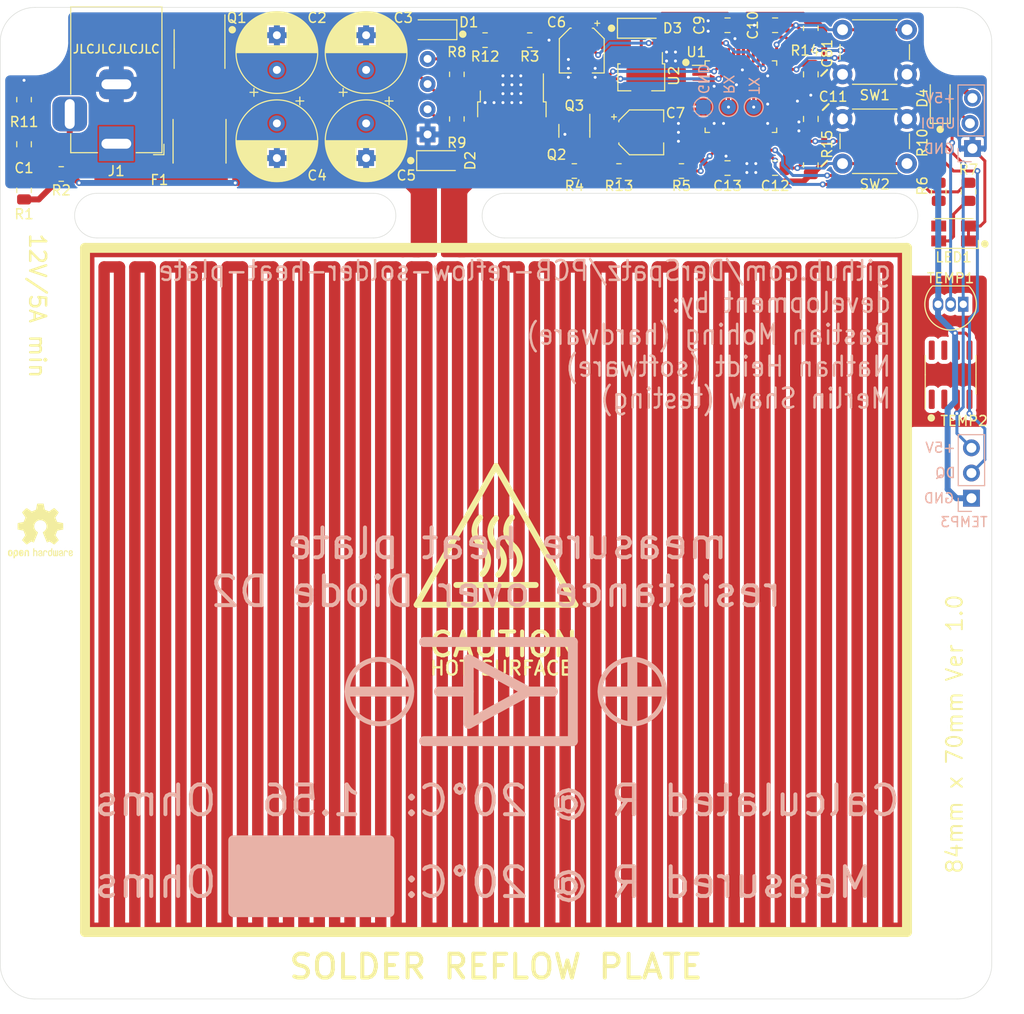
<source format=kicad_pcb>
(kicad_pcb (version 20211014) (generator pcbnew)
  (layers (0 "F.Cu" signal) (31 "B.Cu" signal) (34 "B.Paste" user) (35 "F.Paste" user) (36 "B.SilkS" user "B.Silkscreen") (37 "F.SilkS" user "F.Silkscreen") (38 "B.Mask" user) (39 "F.Mask" user) (44 "Edge.Cuts" user))
  (net 0 "")
  (net 1 "GND")
  (net 2 "+5V")
  (net 3 "VCC")
  (net 4 "/UPDI")
  (net 5 "/VCC-DIV")
  (net 6 "/I2C_SDA")
  (net 7 "/I2C_SCL")
  (net 8 "/GATE")
  (net 9 "HEATPLATE")
  (net 10 "Net-(C6-Pad1)")
  (net 11 "Net-(D2-Pad2)")
  (net 12 "Net-(F1-Pad1)")
  (net 14 "/TX0")
  (net 15 "/RX0")
  (net 27 "Net-(D4-Pad2)")
  (net 28 "Net-(LED1-Pad1)")
  (net 46 "Net-(Q2-Pad1)")
  (net 47 "Net-(Q3-Pad1)")
  (net 48 "Net-(LED1-Pad3)")
  (net 54 "Net-(C1-Pad2)")
  (net 55 "Net-(C1-Pad1)")
  (net 56 "Net-(J1-Pad3)")
  (net 57 "/SW_UP")
  (net 58 "/SW_DN")
  (net 59 "/TDATA_A")
  (net 60 "/TDATA_D")
  (net 61 "/LED_G")
  (net 62 "/LED_R")
  (footprint "Package_SO:SOIC-8_3.9x4.9mm_P1.27mm" (layer "F.Cu") (at 80.1 64.2 -90)
    (fp_text reference "Q1")
    (fp_text value "WSP4409A")
  )
  (footprint "Resistor_SMD:R_0805_2012Metric" (layer "F.Cu") (at 122.4 76.5)
    (fp_text reference "R13")
    (fp_text value "10k")
  )
  (footprint "Package_SO:SOIC-8_3.9x4.9mm_P1.27mm" (layer "F.Cu") (at 155.85 97.05 90)
    (fp_text reference "TEMP2")
    (fp_text value "DS18B20Z")
  )
  (footprint "Package_TO_SOT_SMD:SOT-23" (layer "F.Cu") (at 117.9 72.45 -90)
    (fp_text reference "Q3")
    (fp_text value "SS8050")
  )
  (footprint "Resistor_SMD:R_0805_2012Metric" (layer "F.Cu") (at 106.05 71.25 90)
    (fp_text reference "R9")
    (fp_text value "4k7")
  )
  (footprint "Capacitor_THT:CP_Radial_D8.0mm_P3.50mm" (layer "F.Cu") (at 96.9 71.697349 -90)
    (fp_text reference "C5")
    (fp_text value "680u/16V")
  )
  (footprint "Button_Switch_THT:SW_PUSH_6mm" (layer "F.Cu") (at 144.95 62.25)
    (fp_text reference "SW1")
    (fp_text value "SW_Push")
  )
  (footprint "Resistor_SMD:R_0805_2012Metric" (layer "F.Cu") (at 154.65 78.6 -90)
    (fp_text reference "R6")
    (fp_text value "1k")
  )
  (footprint "Capacitor_SMD:CP_Elec_4x5.4" (layer "F.Cu") (at 118.65 64.35 -90)
    (fp_text reference "C6")
    (fp_text value "22u/16V")
  )
  (footprint "Package_TO_SOT_SMD:TO-252-2" (layer "F.Cu") (at 111.6 72 -90)
    (fp_text reference "Q2")
    (fp_text value "IRLR8726TRPBF")
  )
  (footprint "Package_TO_SOT_SMD:SOT-89-3" (layer "F.Cu") (at 124.65 66.75 -90)
    (fp_text reference "U2")
    (fp_text value "AMS1117-5.0")
  )
  (footprint "Connector_BarrelJack:BarrelJack_Horizontal" (layer "F.Cu") (at 71.7075 73.75 -90)
    (fp_text reference "J1")
    (fp_text value "Barrel_Jack_Switch")
  )
  (footprint "Diode_SMD:D_SOD-123" (layer "F.Cu") (at 103.8 62.25 180)
    (fp_text reference "D1")
    (fp_text value "B5819W")
  )
  (footprint "NetTie:NetTie-2_SMD_Pad1.15mm" (layer "F.Cu") (at 101.4 84.625 180)
    (fp_text reference "NT1" hide)
    (fp_text value "NetTie_2")
  )
  (footprint "Capacitor_THT:CP_Radial_D8.0mm_P3.50mm" (layer "F.Cu") (at 96.9 66.302651 90)
    (fp_text reference "C3")
    (fp_text value "680u/16V")
  )
  (footprint "Resistor_SMD:R_0805_2012Metric" (layer "F.Cu") (at 154.65 74.4 90)
    (fp_text reference "R10")
    (fp_text value "4k7")
  )
  (footprint "Resistor_SMD:R_0805_2012Metric" (layer "F.Cu") (at 157.65 78.6 -90)
    (fp_text reference "R7")
    (fp_text value "1k")
  )
  (footprint "Capacitor_SMD:C_0805_2012Metric" (layer "F.Cu") (at 138.15 76.2 180)
    (fp_text reference "C12")
    (fp_text value "100nF")
  )
  (footprint "Resistor_SMD:R_0805_2012Metric" (layer "F.Cu") (at 141.75 62.1 90)
    (fp_text reference "R14")
    (fp_text value "10k")
  )
  (footprint "Resistor_SMD:R_0805_2012Metric" (layer "F.Cu") (at 141.75 75.9 -90)
    (fp_text reference "R15")
    (fp_text value "10k")
  )
  (footprint "Button_Switch_THT:SW_PUSH_6mm" (layer "F.Cu") (at 151.45 75.75 180)
    (fp_text reference "SW2")
    (fp_text value "SW_Push")
  )
  (footprint "Package_QFP:TQFP-48_7x7mm_P0.5mm" (layer "F.Cu") (at 134.7 69)
    (fp_text reference "U1")
    (fp_text value "ATMEGA4809-AFR")
  )
  (footprint "Resistor_SMD:R_0805_2012Metric" (layer "F.Cu") (at 113.4 63.3)
    (fp_text reference "R3")
    (fp_text value "1k")
  )
  (footprint "Resistor_SMD:R_0805_2012Metric" (layer "F.Cu") (at 117.9 76.5 180)
    (fp_text reference "R4")
    (fp_text value "1k")
  )
  (footprint "Capacitor_SMD:CP_Elec_4x5.4" (layer "F.Cu") (at 124.65 72.6)
    (fp_text reference "C7")
    (fp_text value "22u/16V")
  )
  (footprint "Capacitor_THT:CP_Radial_D8.0mm_P3.50mm" (layer "F.Cu") (at 87.9 66.302651 90)
    (fp_text reference "C2")
    (fp_text value "680u/16V")
  )
  (footprint "Diode_SMD:D_SOD-123" (layer "F.Cu") (at 124.5 62.1)
    (fp_text reference "D3")
    (fp_text value "B5819W")
  )
  (footprint "Capacitor_SMD:C_0805_2012Metric" (layer "F.Cu") (at 133.35 61.8 180)
    (fp_text reference "C9")
    (fp_text value "100nF")
  )
  (footprint "Capacitor_THT:CP_Radial_D8.0mm_P3.50mm" (layer "F.Cu") (at 87.9 71.697349 -90)
    (fp_text reference "C4")
    (fp_text value "680u/16V")
  )
  (footprint "MountingHole:MountingHole_3.2mm_M3" (layer "F.Cu") (at 63.5 63.5)
    (fp_text reference "H1" hide)
    (fp_text value "M3")
  )
  (footprint "MountingHole:MountingHole_3.2mm_M3" (layer "F.Cu") (at 156.5 156.5)
    (fp_text reference "H4" hide)
    (fp_text value "M3")
  )
  (footprint "Capacitor_SMD:C_0805_2012Metric" (layer "F.Cu") (at 141.75 66.75 -90)
    (fp_text reference "C81")
    (fp_text value "470pF")
  )
  (footprint "Resistor_SMD:R_0805_2012Metric" (layer "F.Cu") (at 62.4 69.3 90)
    (fp_text reference "R11")
    (fp_text value "10k")
  )
  (footprint "User:0.91Inch-OLED-Module" (layer "F.Cu") (at 119.89 67.92)
    (fp_text reference "OLED1" hide)
    (fp_text value "SSD1306")
  )
  (footprint "Diode_SMD:D_SOD-123" (layer "F.Cu") (at 154.8 69.45 90)
    (fp_text reference "D4")
    (fp_text value "B5819W")
  )
  (footprint "Capacitor_SMD:C_0805_2012Metric" (layer "F.Cu") (at 138.15 61.8 180)
    (fp_text reference "C10")
    (fp_text value "100nF")
  )
  (footprint "Capacitor_SMD:C_0805_2012Metric" (layer "F.Cu") (at 133.35 76.2)
    (fp_text reference "C13")
    (fp_text value "100nF")
  )
  (footprint "Package_TO_SOT_THT:TO-92_Inline" (layer "F.Cu") (at 157.12 89.94 180)
    (fp_text reference "TEMP1")
    (fp_text value "LMT85")
  )
  (footprint "LED_SMD:LED_Avago_PLCC4_3.2x2.8mm_CW" (layer "F.Cu") (at 156.15 82.8 180)
    (fp_text reference "LED1")
    (fp_text value "RED/GREEN")
  )
  (footprint "Capacitor_SMD:C_0805_2012Metric" (layer "F.Cu") (at 141.75 71.25 -90)
    (fp_text reference "C11")
    (fp_text value "100nF")
  )
  (footprint "Resistor_SMD:R_0805_2012Metric" (layer "F.Cu") (at 128.7 76.5 180)
    (fp_text reference "R5")
    (fp_text value "1k")
  )
  (footprint "Capacitor_SMD:C_0805_2012Metric" (layer "F.Cu") (at 62.4 73.8 90)
    (fp_text reference "C1")
    (fp_text value "10u")
  )
  (footprint "Resistor_SMD:R_0805_2012Metric" (layer "F.Cu") (at 106.05 66.75 90)
    (fp_text reference "R8")
    (fp_text value "4k7")
  )
  (footprint "MountingHole:MountingHole_3.2mm_M3" (layer "F.Cu") (at 63.5 156.5)
    (fp_text reference "H3" hide)
    (fp_text value "M3")
  )
  (footprint "Symbol:OSHW-Logo2_7.3x6mm_SilkScreen" (layer "F.Cu") (at 64.05 112.8)
    (fp_text reference "LOGO1" hide)
    (fp_text value "Logo_Open_Hardware_Small" hide)
  )
  (footprint "Diode_SMD:D_SOD-123" (layer "F.Cu") (at 104.25 75.45)
    (fp_text reference "D2")
    (fp_text value "B5819W")
  )
  (footprint "Resistor_SMD:R_0805_2012Metric" (layer "F.Cu") (at 66.15 76.8)
    (fp_text reference "R2")
    (fp_text value "47")
  )
  (footprint "MountingHole:MountingHole_3.2mm_M3" (layer "F.Cu") (at 156.5 63.5)
    (fp_text reference "H2" hide)
    (fp_text value "M3")
  )
  (footprint "NetTie:NetTie-2_SMD_Pad1.15mm" (layer "F.Cu") (at 107.1 84.625)
    (fp_text reference "NT2" hide)
    (fp_text value "NetTie_2")
  )
  (footprint "Fuse:Fuse_2920_7451Metric" (layer "F.Cu") (at 80.1 73.5 90)
    (fp_text reference "F1")
    (fp_text value "5A")
  )
  (footprint "Resistor_SMD:R_0805_2012Metric" (layer "F.Cu") (at 62.4 78.45 90)
    (fp_text reference "R1")
    (fp_text value "47")
  )
  (footprint "Resistor_SMD:R_0805_2012Metric" (layer "F.Cu") (at 108.9 63.3)
    (fp_text reference "R12")
    (fp_text value "10k")
  )
  (footprint "Connector_PinHeader_2.54mm:PinHeader_1x03_P2.54mm_Vertical" (layer "B.Cu") (at 157.927 74.23)
    (fp_text reference "UPDI1" hide)
    (fp_text value "1x03_2.54mm")
  )
  (footprint "TestPoint:TestPoint_Pad_D1.5mm" (layer "B.Cu") (at 130.91 70.05)
    (fp_text reference "TP3" hide)
    (fp_text value "TestPoint")
  )
  (footprint "Connector_PinHeader_2.54mm:PinHeader_1x03_P2.54mm_Vertical" (layer "B.Cu") (at 157.95 109.5)
    (fp_text reference "TEMP3")
    (fp_text value "Ext. 1-Wire")
  )
  (footprint "TestPoint:TestPoint_Pad_D1.5mm" (layer "B.Cu") (at 135.99 70.05)
    (fp_text reference "TP1" hide)
    (fp_text value "TestPoint")
  )
  (footprint "TestPoint:TestPoint_Pad_D1.5mm" (layer "B.Cu") (at 133.45 70.05)
    (fp_text reference "TP2" hide)
    (fp_text value "TestPoint")
  )
  (gr_line (start 107.25 129) (end 104.25 129) (layer "B.SilkS") (width 1))
  (gr_line (start 117.75 134) (end 102.75 134) (layer "B.SilkS") (width 1))
  (gr_line (start 126.75 129) (end 120.75 129) (layer "B.SilkS") (width 1))
  (gr_line (start 117.75 134) (end 117.75 124) (layer "B.SilkS") (width 1))
  (gr_line (start 117.75 124) (end 102.75 124) (layer "B.SilkS") (width 1))
  (gr_circle (center 98.25 129) (end 95 129) (layer "B.SilkS") (width 0.5) (fill none))
  (gr_circle (center 123.75 129) (end 120.5 129) (layer "B.SilkS") (width 0.5) (fill none))
  (gr_line (start 107.25 125.75) (end 113.25 129) (layer "B.SilkS") (width 1))
  (gr_line (start 101.25 129) (end 95.25 129) (layer "B.SilkS") (width 1))
  (gr_line (start 107.25 132.25) (end 107.25 125.75) (layer "B.SilkS") (width 1))
  (gr_line (start 112.75 129) (end 115.75 129) (layer "B.SilkS") (width 1))
  (gr_line (start 123.75 132) (end 123.75 126) (layer "B.SilkS") (width 1))
  (gr_line (start 113.25 129) (end 107.25 132.25) (layer "B.SilkS") (width 1))
  (gr_rect (start 83.5 144) (end 99.25 151.25) (layer "B.SilkS") (width 1) (fill solid))
  (gr_arc (start 108.4 114.181) (mid 107.981618 113.55435) (end 107.834891 112.815293) (layer "F.SilkS") (width 0.6))
  (gr_arc (start 108.634 114.416) (mid 109.052458 115.042267) (end 109.199402 115.781) (layer "F.SilkS") (width 0.6))
  (gr_line locked (start 102 120.25) (end 110 106.25) (layer "F.SilkS") (width 0.6))
  (gr_line locked (start 110 114.25) (end 110.234 114.484) (layer "F.SilkS") (width 0.6))
  (gr_line locked (start 102 120.25) (end 118 120.25) (layer "F.SilkS") (width 0.6))
  (gr_circle (center 121.65 62.1) (end 121.95 62.1) (layer "F.SilkS") (width 0.15) (fill solid))
  (gr_arc (start 111.6 114.181) (mid 111.181618 113.55435) (end 111.034891 112.815293) (layer "F.SilkS") (width 0.6))
  (gr_circle (center 101.4 75.45) (end 101.7 75.45) (layer "F.SilkS") (width 0.15) (fill solid))
  (gr_arc (start 110 114.25) (mid 109.581235 113.623274) (end 109.434184 112.884) (layer "F.SilkS") (width 0.6))
  (gr_arc (start 110.8 115.85) (mid 110.653011 116.588962) (end 110.234423 117.215423) (layer "F.SilkS") (width 0.6))
  (gr_line (start 142.8 76.05) (end 143.4 75.45) (layer "F.SilkS") (width 0.2))
  (gr_circle (center 159.3 83.85) (end 159.6 83.85) (layer "F.SilkS") (width 0.15) (fill solid))
  (gr_line (start 68.55 84.25) (end 68.55 153.25) (layer "F.SilkS") (width 1))
  (gr_arc (start 109.2 115.781) (mid 109.053011 116.519962) (end 108.634423 117.146423) (layer "F.SilkS") (width 0.6))
  (gr_arc (start 107.834 112.816) (mid 107.981065 112.076656) (end 108.39987 111.44987) (layer "F.SilkS") (width 0.6))
  (gr_circle (center 153.9 101.4) (end 154.2 101.4) (layer "F.SilkS") (width 0.15) (fill solid))
  (gr_arc (start 110.234 114.484) (mid 110.652841 115.110344) (end 110.800109 115.849293) (layer "F.SilkS") (width 0.6))
  (gr_line (start 142.8 66.9) (end 143.4 66.3) (layer "F.SilkS") (width 0.2))
  (gr_circle (center 154.8 72.3) (end 155.1 72.3) (layer "F.SilkS") (width 0.15) (fill solid))
  (gr_arc (start 111.834 114.416) (mid 112.252458 115.042267) (end 112.399402 115.781) (layer "F.SilkS") (width 0.6))
  (gr_arc (start 112.4 115.781) (mid 112.253011 116.519962) (end 111.834423 117.146423) (layer "F.SilkS") (width 0.6))
  (gr_line locked (start 106 118.25) (end 114 118.25) (layer "F.SilkS") (width 0.6))
  (gr_line (start 151.45 84.25) (end 68.55 84.25) (layer "F.SilkS") (width 1))
  (gr_circle (center 129.15 65.55) (end 129.45 65.55) (layer "F.SilkS") (width 0.15) (fill solid))
  (gr_arc (start 111.034 112.816) (mid 111.181065 112.076656) (end 111.59987 111.44987) (layer "F.SilkS") (width 0.6))
  (gr_arc (start 109.434 112.884) (mid 109.581065 112.144656) (end 109.99987 111.51787) (layer "F.SilkS") (width 0.6))
  (gr_circle (center 106.65 62.7) (end 106.95 62.7) (layer "F.SilkS") (width 0.15) (fill solid))
  (gr_line locked (start 110 106.25) (end 118 120.25) (layer "F.SilkS") (width 0.6))
  (gr_line (start 151.45 153.25) (end 68.55 153.25) (layer "F.SilkS") (width 1))
  (gr_line locked (start 108.4 114.181) (end 108.634 114.416) (layer "F.SilkS") (width 0.6))
  (gr_line (start 151.45 84.25) (end 151.45 153.25) (layer "F.SilkS") (width 1))
  (gr_line (start 142.95 70.35) (end 143.55 69.75) (layer "F.SilkS") (width 0.2))
  (gr_line locked (start 111.6 114.181) (end 111.834 114.416) (layer "F.SilkS") (width 0.6))
  (gr_circle (center 83.4 62.25) (end 83.7 62.25) (layer "F.SilkS") (width 0.15) (fill solid))
  (gr_arc (start 156.5 60) (mid 158.974874 61.025126) (end 160 63.5) (layer "Edge.Cuts") (width 0.05))
  (gr_line (start 60 156.5) (end 60 63.5) (layer "Edge.Cuts") (width 0.05))
  (gr_arc (start 69.75 83.25) (mid 67.5 81) (end 69.75 78.75) (layer "Edge.Cuts") (width 0.05))
  (gr_line (start 97.65 78.75) (end 69.75 78.75) (layer "Edge.Cuts") (width 0.05))
  (gr_arc (start 63.5 160) (mid 61.025126 158.974874) (end 60 156.5) (layer "Edge.Cuts") (width 0.05))
  (gr_arc (start 110.85 83.25) (mid 108.6 81) (end 110.85 78.75) (layer "Edge.Cuts") (width 0.05))
  (gr_arc (start 160 156.5) (mid 158.974874 158.974874) (end 156.5 160) (layer "Edge.Cuts") (width 0.05))
  (gr_line (start 156.5 160) (end 63.5 160) (layer "Edge.Cuts") (width 0.05))
  (gr_line (start 69.75 83.25) (end 97.65 83.25) (layer "Edge.Cuts") (width 0.05))
  (gr_arc (start 150.3 78.75) (mid 152.55 81) (end 150.3 83.25) (layer "Edge.Cuts") (width 0.05))
  (gr_line (start 150.3 83.25) (end 110.85 83.25) (layer "Edge.Cuts") (width 0.05))
  (gr_arc (start 60 63.5) (mid 61.025126 61.025126) (end 63.5 60) (layer "Edge.Cuts") (width 0.05))
  (gr_line (start 63.5 60) (end 156.5 60) (layer "Edge.Cuts") (width 0.05))
  (gr_line (start 110.85 78.75) (end 150.3 78.75) (layer "Edge.Cuts") (width 0.05))
  (gr_arc (start 97.65 78.75) (mid 99.9 81) (end 97.65 83.25) (layer "Edge.Cuts") (width 0.05))
  (gr_line (start 160 63.5) (end 160 156.5) (layer "Edge.Cuts") (width 0.05))
  (gr_text "github.com/DerSpatz/PCB-reflow-solder-heat-plate\ndevelopment by:\nBastian Mohing (hardware)\nNathan Heidt (software)\nMerlin Shaw (testing)" (at 150 93) (layer "B.SilkS") (effects (font (size 2 1.8) (thickness 0.25)) (justify left mirror)))
  (gr_text "GND" (at 130.91 68.85 270) (layer "B.SilkS") (effects (font (size 1 1)) (justify left mirror)))
  (gr_text "TX" (at 135.99 68.85 270) (layer "B.SilkS") (effects (font (size 1 1)) (justify left mirror)))
  (gr_text "DQ" (at 156.45 106.95) (layer "B.SilkS") (effects (font (size 1 1)) (justify left mirror)))
  (gr_text "RX" (at 133.45 68.85 270) (layer "B.SilkS") (effects (font (size 1 1)) (justify left mirror)))
  (gr_text "+5V" (at 156.45 69.15) (layer "B.SilkS") (effects (font (size 1 1)) (justify left mirror)))
  (gr_text "1.56  Ohms" (at 69.25 140) (layer "B.SilkS") (effects (font (size 3 3) (thickness 0.4)) (justify right mirror)))
  (gr_text "Measured R @ 20°C:" (at 100.5 148.25) (layer "B.SilkS") (effects (font (size 3 3) (thickness 0.4)) (justify right mirror)))
  (gr_text "Calculated R @ 20°C:" (at 100.5 140) (layer "B.SilkS") (effects (font (size 3 3) (thickness 0.4)) (justify right mirror)))
  (gr_text "GND" (at 156.3 74.25) (layer "B.SilkS") (effects (font (size 1 1)) (justify left mirror)))
  (gr_text "measure heat plate \nresistance over Diode D2" (at 110 116.5) (layer "B.SilkS") (effects (font (size 3 3) (thickness 0.4)) (justify mirror)))
  (gr_text "GND" (at 156.3 109.5) (layer "B.SilkS") (effects (font (size 1 1)) (justify left mirror)))
  (gr_text "UPDI" (at 156.45 71.7) (layer "B.SilkS") (effects (font (size 1 1)) (justify left mirror)))
  (gr_text "Ohms" (at 69.25 148.25) (layer "B.SilkS") (effects (font (size 3 3) (thickness 0.4)) (justify right mirror)))
  (gr_text "+5V" (at 156.45 104.4) (layer "B.SilkS") (effects (font (size 1 1)) (justify left mirror)))
  (gr_text "Ver 1.0" (at 156.25 128.1 90) (layer "F.SilkS") (effects (font (size 1.6 1.6) (thickness 0.2)) (justify left)))
  (gr_text "CAUTION" (at 103 124.25) (layer "F.SilkS") (effects (font (size 2.4 2.4) (thickness 0.4)) (justify left)))
  (gr_text "12V/5A min" (at 63.75 82.65 270) (layer "F.SilkS") (effects (font (size 1.6 1.6) (thickness 0.25)) (justify left)))
  (gr_text "HOT SURFACE" (at 103.2 126.65) (layer "F.SilkS") (effects (font (size 1.4 1.4) (thickness 0.24)) (justify left)))
  (gr_text "JLCJLCJLCJLC" (at 71.7 64.2) (layer "F.SilkS") (effects (font (size 0.85 0.85))))
  (gr_text "84mm x 70mm" (at 156.25 147.5 90) (layer "F.SilkS") (effects (font (size 1.6 1.6) (thickness 0.2)) (justify left)))
  (gr_text "SOLDER REFLOW PLATE" (at 110 156.75) (layer "F.SilkS") (effects (font (size 2.4 2.4) (thickness 0.4))))
  (segment (start 138.8625 69.75) (end 140.1 69.75) (width 0.3) (layer "F.Cu") (net 1))
  (segment (start 133.2 75) (end 132.95 74.75) (width 0.3) (layer "F.Cu") (net 1))
  (segment (start 134.85 66.3) (end 134.45 65.9) (width 0.3) (layer "F.Cu") (net 1))
  (segment (start 134.1 63.15) (end 134.45 63.5) (width 0.3) (layer "F.Cu") (net 1))
  (segment (start 157.755 93.255) (end 157.755 94.575) (width 0.3) (layer "F.Cu") (net 1))
  (segment (start 159.3 81.6) (end 158.85 82.05) (width 0.3) (layer "F.Cu") (net 1))
  (segment (start 158.85 82.05) (end 157.65 82.05) (width 0.3) (layer "F.Cu") (net 1))
  (segment (start 114.3125 63.3) (end 115.35 63.3) (width 0.6) (layer "F.Cu") (net 1))
  (segment (start 156.3 92.85) (end 157.35 92.85) (width 0.3) (layer "F.Cu") (net 1))
  (segment (start 134.45 63.5) (end 134.45 64.8375) (width 0.3) (layer "F.Cu") (net 1))
  (segment (start 137.2 61.8) (end 136.05 61.8) (width 0.6) (layer "F.Cu") (net 1))
  (segment (start 132.95 74.75) (end 132.95 73.1625) (width 0.3) (layer "F.Cu") (net 1))
  (segment (start 134.45 65.9) (end 134.45 64.8375) (width 0.3) (layer "F.Cu") (net 1))
  (segment (start 141.75 67.7) (end 141.75 68.85) (width 0.6) (layer "F.Cu") (net 1))
  (segment (start 140.1 69.75) (end 140.4 69.45) (width 0.3) (layer "F.Cu") (net 1))
  (segment (start 157.65 83.55) (end 157.65 82.05) (width 0.3) (layer "F.Cu") (net 1))
  (segment (start 116.95 71.5125) (end 116.95 72.8) (width 0.6) (layer "F.Cu") (net 1))
  (segment (start 158.054 74.23) (end 159.3 75.476) (width 0.3) (layer "F.Cu") (net 1))
  (segment (start 138.8625 69.75) (end 137.4 69.75) (width 0.3) (layer "F.Cu") (net 1))
  (segment (start 62.4 68.3875) (end 62.4 67.35) (width 0.3) (layer "F.Cu") (net 1))
  (segment (start 132.95 73.1625) (end 132.95 71.7) (width 0.3) (layer "F.Cu") (net 1))
  (segment (start 157.35 92.85) (end 157.755 93.255) (width 0.3) (layer "F.Cu") (net 1))
  (segment (start 159.3 75.476) (end 159.3 81.6) (width 0.3) (layer "F.Cu") (net 1))
  (via (at 111.6 67.8) (size 0.6) (drill 0.3) (layers "F.Cu" "B.Cu") (net 1))
  (via (at 116.95 72.8) (size 0.6) (drill 0.3) (layers "F.Cu" "B.Cu") (net 1))
  (via (at 133.2 75) (size 0.6) (drill 0.3) (layers "F.Cu" "B.Cu") (net 1))
  (via (at 110.7 69.6) (size 0.6) (drill 0.3) (layers "F.Cu" "B.Cu") (net 1))
  (via (at 112.5 69.6) (size 0.6) (drill 0.3) (layers "F.Cu" "B.Cu") (net 1))
  (via (at 135.3 75.75) (size 0.6) (drill 0.3) (layers "F.Cu" "B.Cu") (net 1))
  (via (at 137.4 69.75) (size 0.6) (drill 0.3) (layers "F.Cu" "B.Cu") (net 1))
  (via (at 134.1 63.15) (size 0.6) (drill 0.3) (layers "F.Cu" "B.Cu") (net 1))
  (via (at 137.4 66.9) (size 0.6) (drill 0.3) (layers "F.Cu" "B.Cu") (net 1))
  (via (at 141.75 68.85) (size 0.6) (drill 0.3) (layers "F.Cu" "B.Cu") (net 1))
  (via (at 120 66.15) (size 0.6) (drill 0.3) (layers "F.Cu" "B.Cu") (net 1))
  (via (at 117.3 66.15) (size 0.6) (drill 0.3) (layers "F.Cu" "B.Cu") (net 1))
  (via (at 134.25 67.8) (size 0.6) (drill 0.3) (layers "F.Cu" "B.Cu") (net 1))
  (via (at 115.35 63.3) (size 0.6) (drill 0.3) (layers "F.Cu" "B.Cu") (net 1))
  (via (at 110.7 66.9) (size 0.6) (drill 0.3) (layers "F.Cu" "B.Cu") (net 1))
  (via (at 128.4 72.6) (size 0.6) (drill 0.3) (layers "F.Cu" "B.Cu") (net 1))
  (via (at 134.85 66.3) (size 0.6) (drill 0.3) (layers "F.Cu" "B.Cu") (net 1))
  (via (at 117.3 67.05) (size 0.6) (drill 0.3) (layers "F.Cu" "B.Cu") (net 1))
  (via (at 137.4 71.7) (size 0.6) (drill 0.3) (layers "F.Cu" "B.Cu") (net 1))
  (via (at 111.6 66.9) (size 0.6) (drill 0.3) (layers "F.Cu" "B.Cu") (net 1))
  (via (at 117.3 65.25) (size 0.6) (drill 0.3) (layers "F.Cu" "B.Cu") (net 1))
  (via (at 132 67.95) (size 0.6) (drill 0.3) (layers "F.Cu" "B.Cu") (net 1))
  (via (at 136.05 61.8) (size 0.6) (drill 0.3) (layers "F.Cu" "B.Cu") (net 1))
  (via (at 62.4 67.35) (size 0.6) (drill 0.3) (layers "F.Cu" "B.Cu") (net 1))
  (via (at 111.6 68.7) (size 0.6) (drill 0.3) (layers "F.Cu" "B.Cu") (net 1))
  (via (at 127.2 65.4) (size 0.6) (drill 0.3) (layers "F.Cu" "B.Cu") (net 1))
  (via (at 128.1 65.4) (size 0.6) (drill 0.3) (layers "F.Cu" "B.Cu") (net 1))
  (via (at 127.2 64.5) (size 0.6) (drill 0.3) (layers "F.Cu" "B.Cu") (net 1))
  (via (at 140.55 72.45) (size 0.6) (drill 0.3) (layers "F.Cu" "B.Cu") (net 1))
  (via (at 136.2 76.65) (size 0.6) (drill 0.3) (layers "F.Cu" "B.Cu") (net 1))
  (via (at 112.5 68.7) (size 0.6) (drill 0.3) (layers "F.Cu" "B.Cu") (net 1))
  (via (at 131.4 62.4) (size 0.6) (drill 0.3) (layers "F.Cu" "B.Cu") (net 1))
  (via (at 128.4 71.7) (size 0.6) (drill 0.3) (layers "F.Cu" "B.Cu") (net 1))
  (via (at 111.6 69.6) (size 0.6) (drill 0.3) (layers "F.Cu" "B.Cu") (net 1))
  (via (at 128.4 73.5) (size 0.6) (drill 0.3) (layers "F.Cu" "B.Cu") (net 1))
  (via (at 140.55 71.55) (size 0.6) (drill 0.3) (layers "F.Cu" "B.Cu") (net 1))
  (via (at 110.7 67.8) (size 0.6) (drill 0.3) (layers "F.Cu" "B.Cu") (net 1))
  (via (at 109.8 69.6) (size 0.6) (drill 0.3) (layers "F.Cu" "B.Cu") (net 1))
  (via (at 132.95 71.7) (size 0.6) (drill 0.3) (layers "F.Cu" "B.Cu") (net 1))
  (via (at 112.5 66.9) (size 0.6) (drill 0.3) (layers "F.Cu" "B.Cu") (net 1))
  (via (at 108.9 69.6) (size 0.6) (drill 0.3) (layers "F.Cu" "B.Cu") (net 1))
  (via (at 140.4 69.45) (size 0.6) (drill 0.3) (layers "F.Cu" "B.Cu") (net 1))
  (via (at 132 71.7) (size 0.6) (drill 0.3) (layers "F.Cu" "B.Cu") (net 1))
  (via (at 131.4 61.35) (size 0.6) (drill 0.3) (layers "F.Cu" "B.Cu") (net 1))
  (via (at 156.3 92.85) (size 0.6) (drill 0.3) (layers "F.Cu" "B.Cu") (net 1))
  (via (at 120 67.05) (size 0.6) (drill 0.3) (layers "F.Cu" "B.Cu") (net 1))
  (via (at 110.7 68.7) (size 0.6) (drill 0.3) (layers "F.Cu" "B.Cu") (net 1))
  (via (at 135.3 76.65) (size 0.6) (drill 0.3) (layers "F.Cu" "B.Cu") (net 1))
  (via (at 136.2 75.75) (size 0.6) (drill 0.3) (layers "F.Cu" "B.Cu") (net 1))
  (via (at 112.5 67.8) (size 0.6) (drill 0.3) (layers "F.Cu" "B.Cu") (net 1))
  (via (at 128.1 64.5) (size 0.6) (drill 0.3) (layers "F.Cu" "B.Cu") (net 1))
  (segment (start 154.58 91.13) (end 156.3 92.85) (width 0.6) (layer "B.Cu") (net 1))
  (segment (start 156.45 109.5) (end 157.95 109.5) (width 0.6) (layer "B.Cu") (net 1))
  (segment (start 154.6 89.92) (end 154.6 77.2) (width 0.6) (layer "B.Cu") (net 1))
  (segment (start 156.3 99.75) (end 155.55 100.5) (width 0.6) (layer "B.Cu") (net 1))
  (segment (start 156.3 92.85) (end 156.3 99.75) (width 0.6) (layer "B.Cu") (net 1))
  (segment (start 155.55 100.5) (end 155.55 108.6) (width 0.6) (layer "B.Cu") (net 1))
  (segment (start 155.55 108.6) (end 156.45 109.5) (width 0.6) (layer "B.Cu") (net 1))
  (segment (start 154.58 89.94) (end 154.58 91.13) (width 0.6) (layer "B.Cu") (net 1))
  (segment (start 123.45 68.25) (end 124.65 67.05) (width 0.3) (layer "F.Cu") (net 2))
  (segment (start 143.1 69) (end 143.1 62.25) (width 0.6) (layer "F.Cu") (net 2))
  (segment (start 124.8 76.5) (end 123.3125 76.5) (width 0.6) (layer "F.Cu") (net 2))
  (segment (start 142.1875 61.3375) (end 142.0375 61.3375) (width 0.6) (layer "F.Cu") (net 2))
  (segment (start 121.05 69.6) (end 122.4 68.25) (width 0.3) (layer "F.Cu") (net 2))
  (segment (start 116.7 69.6) (end 121.05 69.6) (width 0.3) (layer "F.Cu") (net 2))
  (segment (start 107.55 71.7) (end 107.0875 72.1625) (width 0.3) (layer "F.Cu") (net 2))
  (segment (start 126.3 75) (end 124.8 76.5) (width 0.6) (layer "F.Cu") (net 2))
  (segment (start 108.45 66.15) (end 114.75 66.15) (width 0.3) (layer "F.Cu") (net 2))
  (segment (start 134.3 61.55) (end 133.35 60.6) (width 0.3) (layer "F.Cu") (net 2))
  (segment (start 151.99998 69.3) (end 153.79998 71.1) (width 0.6) (layer "F.Cu") (net 2))
  (segment (start 107.55 67.05) (end 108.45 66.15) (width 0.3) (layer "F.Cu") (net 2))
  (segment (start 130.35 75) (end 126.3 75) (width 0.6) (layer "F.Cu") (net 2))
  (segment (start 141 60.6) (end 135.3 60.6) (width 0.3) (layer "F.Cu") (net 2))
  (segment (start 143.1 62.25) (end 142.1875 61.3375) (width 0.6) (layer "F.Cu") (net 2))
  (segment (start 141.75 70.3) (end 143 70.3) (width 0.3) (layer "F.Cu") (net 2))
  (segment (start 153.79998 71.1) (end 154.8 71.1) (width 0.6) (layer "F.Cu") (net 2))
  (segment (start 138.8625 70.25) (end 141.7 70.25) (width 0.3) (layer "F.Cu") (net 2))
  (segment (start 133.5 77.55) (end 141.0125 77.55) (width 0.6) (layer "F.Cu") (net 2))
  (segment (start 107.0875 72.1625) (end 106.05 72.1625) (width 0.3) (layer "F.Cu") (net 2))
  (segment (start 141.8875 76.8125) (end 143.1 75.6) (width 0.6) (layer "F.Cu") (net 2))
  (segment (start 154.8 73.3375) (end 154.8 71.1) (width 0.6) (layer "F.Cu") (net 2))
  (segment (start 107.5375 67.6625) (end 107.55 67.65) (width 0.3) (layer "F.Cu") (net 2))
  (segment (start 141.0125 77.55) (end 141.75 76.8125) (width 0.6) (layer "F.Cu") (net 2))
  (segment (start 135.3 60.6) (end 134.3 61.6) (width 0.3) (layer "F.Cu") (net 2))
  (segment (start 126.15 61.2) (end 126.15 62.1) (width 0.3) (layer "F.Cu") (net 2))
  (segment (start 134.95 62.7) (end 134.3 62.05) (width 0.3) (layer "F.Cu") (net 2))
  (segment (start 143.1 70.2) (end 143.1 69) (width 0.6) (layer "F.Cu") (net 2))
  (segment (start 107.55 67.65) (end 107.55 67.05) (width 0.3) (layer "F.Cu") (net 2))
  (segment (start 125.25 62.1) (end 126.15 62.1) (width 0.3) (layer "F.Cu") (net 2))
  (segment (start 114.75 66.15) (end 115.2 66.6) (width 0.3) (layer "F.Cu") (net 2))
  (segment (start 143.1 75.6) (end 143.1 70.2) (width 0.6) (layer "F.Cu") (net 2))
  (segment (start 156.485 99.525) (end 156.485 100.95) (width 0.3) (layer "F.Cu") (net 2))
  (segment (start 104.9925 72.1625) (end 103.1 70.27) (width 0.3) (layer "F.Cu") (net 2))
  (segment (start 133.35 60.6) (end 126.75 60.6) (width 0.3) (layer "F.Cu") (net 2))
  (segment (start 106.05 67.6625) (end 107.5375 67.6625) (width 0.3) (layer "F.Cu") (net 2))
  (segment (start 115.2 68.1) (end 116.7 69.6) (width 0.3) (layer "F.Cu") (net 2))
  (segment (start 122.4 68.25) (end 123.45 68.25) (width 0.3) (layer "F.Cu") (net 2))
  (segment (start 157.12 75.75) (end 154.8575 73.4875) (width 0.3) (layer "F.Cu") (net 2))
  (segment (start 124.65 62.7) (end 125.25 62.1) (width 0.3) (layer "F.Cu") (net 2))
  (segment (start 106.05 72.1625) (end 104.9925 72.1625) (width 0.3) (layer "F.Cu") (net 2))
  (segment (start 132.4 76.2) (end 131.55 76.2) (width 0.6) (layer "F.Cu") (net 2))
  (segment (start 124.65 65.1875) (end 124.65 62.7) (width 0.3) (layer "F.Cu") (net 2))
  (segment (start 132.4 76.45) (end 133.5 77.55) (width 0.6) (layer "F.Cu") (net 2))
  (segment (start 132.45 73.1625) (end 132.45 76.15) (width 0.3) (layer "F.Cu") (net 2))
  (segment (start 107.55 67.65) (end 107.55 71.7) (width 0.3) (layer "F.Cu") (net 2))
  (segment (start 126.75 60.6) (end 126.15 61.2) (width 0.3) (layer "F.Cu") (net 2))
  (segment (start 134.95 64.8375) (end 134.95 62.7) (width 0.3) (layer "F.Cu") (net 2))
  (segment (start 141.5875 61.1875) (end 141 60.6) (width 0.3) (layer "F.Cu") (net 2))
  (segment (start 143.1 69.3) (end 151.99998 69.3) (width 0.6) (layer "F.Cu") (net 2))
  (segment (start 115.2 66.6) (end 115.2 68.1) (width 0.3) (layer "F.Cu") (net 2))
  (segment (start 143 70.3) (end 143.1 70.2) (width 0.3) (layer "F.Cu") (net 2))
  (segment (start 131.55 76.2) (end 130.35 75) (width 0.6) (layer "F.Cu") (net 2))
  (via (at 156.485 100.95) (size 0.6) (drill 0.3) (layers "F.Cu" "B.Cu") (net 2))
  (via (at 157.12 75.75) (size 0.6) (drill 0.3) (layers "F.Cu" "B.Cu") (net 2))
  (segment (start 157.12 75.75) (end 157.12 89.94) (width 0.3) (layer "B.Cu") (net 2))
  (segment (start 156.485 102.955) (end 157.95 104.42) (width 0.3) (layer "B.Cu") (net 2))
  (segment (start 157.12 90.51) (end 157.12 100.315) (width 0.3) (layer "B.Cu") (net 2))
  (segment (start 156.485 100.95) (end 156.485 102.955) (width 0.3) (layer "B.Cu") (net 2))
  (segment (start 157.12 100.315) (end 156.485 100.95) (width 0.3) (layer "B.Cu") (net 2))
  (segment (start 108.15 70.8) (end 108.15 72) (width 0.3) (layer "F.Cu") (net 3))
  (segment (start 108.6 70.35) (end 108.15 70.8) (width 0.3) (layer "F.Cu") (net 3))
  (segment (start 116.9875 76.5) (end 116.1 76.5) (width 0.3) (layer "F.Cu") (net 3))
  (segment (start 108.15 72) (end 106.95 73.2) (width 0.3) (layer "F.Cu") (net 3))
  (segment (start 116.1 76.5) (end 115.65 76.05) (width 0.3) (layer "F.Cu") (net 3))
  (segment (start 106.95 73.2) (end 105 73.2) (width 0.3) (layer "F.Cu") (net 3))
  (segment (start 67.0625 76.8125) (end 67.95 77.7) (width 0.6) (layer "F.Cu") (net 3))
  (segment (start 105 73.2) (end 102.75 75.45) (width 0.3) (layer "F.Cu") (net 3))
  (segment (start 115.65 71.25) (end 114.75 70.35) (width 0.3) (layer "F.Cu") (net 3))
  (segment (start 115.65 76.05) (end 115.65 71.25) (width 0.3) (layer "F.Cu") (net 3))
  (segment (start 114.75 70.35) (end 108.6 70.35) (width 0.3) (layer "F.Cu") (net 3))
  (via (at 67.95 77.7) (size 0.6) (drill 0.3) (layers "F.Cu" "B.Cu") (net 3))
  (via (at 83.7 77.7) (size 0.6) (drill 0.3) (layers "F.Cu" "B.Cu") (net 3))
  (segment (start 83.7 77.7) (end 67.95 77.7) (width 0.6) (layer "B.Cu") (net 3))
  (segment (start 139.2 63) (end 135.9 63) (width 0.3) (layer "F.Cu") (net 4))
  (segment (start 140.55 64.35) (end 139.2 63) (width 0.3) (layer "F.Cu") (net 4))
  (segment (start 154.96 68.85) (end 153.75 68.85) (width 0.3) (layer "F.Cu") (net 4))
  (segment (start 135.9 63) (end 135.45 63.45) (width 0.3) (layer "F.Cu") (net 4))
  (segment (start 135.45 63.45) (end 135.45 64.8375) (width 0.3) (layer "F.Cu") (net 4))
  (segment (start 153 65.85) (end 151.5 64.35) (width 0.3) (layer "F.Cu") (net 4))
  (segment (start 142.2 64.35) (end 140.55 64.35) (width 0.3) (layer "F.Cu") (net 4))
  (segment (start 151.5 64.35) (end 144.75 64.35) (width 0.3) (layer "F.Cu") (net 4))
  (segment (start 153.75 68.85) (end 153 68.1) (width 0.3) (layer "F.Cu") (net 4))
  (segment (start 153 68.1) (end 153 65.85) (width 0.3) (layer "F.Cu") (net 4))
  (segment (start 157.8 71.69) (end 154.96 68.85) (width 0.3) (layer "F.Cu") (net 4))
  (via (at 142.2 64.35) (size 0.6) (drill 0.3) (layers "F.Cu" "B.Cu") (net 4))
  (via (at 144.75 64.35) (size 0.6) (drill 0.3) (layers "F.Cu" "B.Cu") (net 4))
  (segment (start 142.2 64.35) (end 144.75 64.35) (width 0.3) (layer "B.Cu") (net 4))
  (segment (start 113.4 64.35) (end 112.4875 63.4375) (width 0.3) (layer "F.Cu") (net 5))
  (segment (start 109.8125 63.3) (end 112.4875 63.3) (width 0.3) (layer "F.Cu") (net 5))
  (segment (start 120.3 64.8) (end 119.85 64.35) (width 0.3) (layer "F.Cu") (net 5))
  (segment (start 125.4 63.6) (end 133.2 63.6) (width 0.3) (layer "F.Cu") (net 5))
  (segment (start 136.95 64.8375) (end 136.95 66.15) (width 0.3) (layer "F.Cu") (net 5))
  (segment (start 119.85 64.35) (end 113.4 64.35) (width 0.3) (layer "F.Cu") (net 5))
  (via (at 120.3 64.8) (size 0.6) (drill 0.3) (layers "F.Cu" "B.Cu") (net 5))
  (via (at 125.4 63.6) (size 0.6) (drill 0.3) (layers "F.Cu" "B.Cu") (net 5))
  (via (at 133.2 63.6) (size 0.6) (drill 0.3) (layers "F.Cu" "B.Cu") (net 5))
  (via (at 136.95 66.15) (size 0.6) (drill 0.3) (layers "F.Cu" "B.Cu") (net 5))
  (segment (start 133.2 63.6) (end 134.1 64.5) (width 0.3) (layer "B.Cu") (net 5))
  (segment (start 134.1 64.5) (end 135.3 64.5) (width 0.3) (layer "B.Cu") (net 5))
  (segment (start 121.5 63.6) (end 120.3 64.8) (width 0.3) (layer "B.Cu") (net 5))
  (segment (start 135.3 64.5) (end 136.95 66.15) (width 0.3) (layer "B.Cu") (net 5))
  (segment (start 125.4 63.6) (end 121.5 63.6) (width 0.3) (layer "B.Cu") (net 5))
  (segment (start 132.45 67.2) (end 132.95 66.7) (width 0.3) (layer "F.Cu") (net 6))
  (segment (start 107.8625 65.8375) (end 106.05 65.8375) (width 0.3) (layer "F.Cu") (net 6))
  (segment (start 120.15 69) (end 117 69) (width 0.3) (layer "F.Cu") (net 6))
  (segment (start 106.05 65.8375) (end 104.9875 65.8375) (width 0.3) (layer "F.Cu") (net 6))
  (segment (start 115.8 67.8) (end 115.8 66.3) (width 0.3) (layer "F.Cu") (net 6))
  (segment (start 104.9875 65.8375) (end 104.34 65.19) (width 0.3) (layer "F.Cu") (net 6))
  (segment (start 104.34 65.19) (end 103.1 65.19) (width 0.3) (layer "F.Cu") (net 6))
  (segment (start 115.05 65.55) (end 108.15 65.55) (width 0.3) (layer "F.Cu") (net 6))
  (segment (start 108.15 65.55) (end 107.8625 65.8375) (width 0.3) (layer "F.Cu") (net 6))
  (segment (start 121.95 67.2) (end 120.15 69) (width 0.3) (layer "F.Cu") (net 6))
  (segment (start 117 69) (end 115.8 67.8) (width 0.3) (layer "F.Cu") (net 6))
  (segment (start 115.8 66.3) (end 115.05 65.55) (width 0.3) (layer "F.Cu") (net 6))
  (segment (start 122.55 67.2) (end 121.95 67.2) (width 0.3) (layer "F.Cu") (net 6))
  (segment (start 132.95 66.7) (end 132.95 64.8375) (width 0.3) (layer "F.Cu") (net 6))
  (via (at 132.45 67.2) (size 0.6) (drill 0.3) (layers "F.Cu" "B.Cu") (net 6))
  (via (at 122.55 67.2) (size 0.6) (drill 0.3) (layers "F.Cu" "B.Cu") (net 6))
  (segment (start 122.55 67.2) (end 132.45 67.2) (width 0.3) (layer "B.Cu") (net 6))
  (segment (start 104.37 69) (end 103.1 67.73) (width 0.3) (layer "F.Cu") (net 7))
  (segment (start 102.15 63.75) (end 101.55 64.35) (width 0.3) (layer "F.Cu") (net 7))
  (segment (start 132 66.45) (end 132.45 66) (width 0.3) (layer "F.Cu") (net 7))
  (segment (start 104.1 63.75) (end 102.15 63.75) (width 0.3) (layer "F.Cu") (net 7))
  (segment (start 132.45 66) (end 132.45 64.8375) (width 0.3) (layer "F.Cu") (net 7))
  (segment (start 106.05 69.45) (end 105.6 69) (width 0.3) (layer "F.Cu") (net 7))
  (segment (start 105.6 69) (end 104.37 69) (width 0.3) (layer "F.Cu") (net 7))
  (segment (start 121.8 66.45) (end 119.85 68.4) (width 0.3) (layer "F.Cu") (net 7))
  (segment (start 106.05 70.3375) (end 106.05 69.45) (width 0.3) (layer "F.Cu") (net 7))
  (segment (start 115.35 64.95) (end 105.3 64.95) (width 0.3) (layer "F.Cu") (net 7))
  (segment (start 116.4 67.5) (end 116.4 66) (width 0.3) (layer "F.Cu") (net 7))
  (segment (start 101.55 64.35) (end 101.55 66.18) (width 0.3) (layer "F.Cu") (net 7))
  (segment (start 119.85 68.4) (end 117.3 68.4) (width 0.3) (layer "F.Cu") (net 7))
  (segment (start 117.3 68.4) (end 116.4 67.5) (width 0.3) (layer "F.Cu") (net 7))
  (segment (start 116.4 66) (end 115.35 64.95) (width 0.3) (layer "F.Cu") (net 7))
  (segment (start 105.3 64.95) (end 104.1 63.75) (width 0.3) (layer "F.Cu") (net 7))
  (segment (start 101.55 66.18) (end 103.1 67.73) (width 0.3) (layer "F.Cu") (net 7))
  (via (at 121.8 66.45) (size 0.6) (drill 0.3) (layers "F.Cu" "B.Cu") (net 7))
  (via (at 132 66.45) (size 0.6) (drill 0.3) (layers "F.Cu" "B.Cu") (net 7))
  (segment (start 121.8 66.45) (end 132 66.45) (width 0.3) (layer "B.Cu") (net 7))
  (segment (start 131.95 74.6) (end 131.95 73.1625) (width 0.3) (layer "F.Cu") (net 8))
  (segment (start 131.55 75) (end 131.95 74.6) (width 0.3) (layer "F.Cu") (net 8))
  (segment (start 129.6125 76.5) (end 130.65 76.5) (width 0.3) (layer "F.Cu") (net 8))
  (via (at 130.65 76.5) (size 0.6) (drill 0.3) (layers "F.Cu" "B.Cu") (net 8))
  (via (at 131.55 75) (size 0.6) (drill 0.3) (layers "F.Cu" "B.Cu") (net 8))
  (segment (start 131.55 75) (end 130.65 75.9) (width 0.3) (layer "B.Cu") (net 8))
  (segment (start 130.65 75.9) (end 130.65 76.5) (width 0.3) (layer "B.Cu") (net 8))
  (segment (start 103.025 152.875) (end 104.575 152.875) (width 1.15) (layer "F.Cu") (net 9))
  (segment (start 107.675 152.875) (end 107.675 86.175) (width 1.15) (layer "F.Cu") (net 9))
  (segment (start 124.725 152.875) (end 126.275 152.875) (width 1.15) (layer "F.Cu") (net 9))
  (segment (start 101.475 86.175) (end 103.025 86.175) (width 1.15) (layer "F.Cu") (net 9))
  (segment (start 126.275 152.875) (end 126.275 86.175) (width 1.15) (layer "F.Cu") (net 9))
  (segment (start 90.625 86.175) (end 90.625 152.875) (width 1.15) (layer "F.Cu") (net 9))
  (segment (start 113.875 152.875) (end 113.875 86.175) (width 1.15) (layer "F.Cu") (net 9))
  (segment (start 134.025 152.875) (end 135.575 152.875) (width 1.15) (layer "F.Cu") (net 9))
  (segment (start 95.275 152.875) (end 95.275 86.175) (width 1.15) (layer "F.Cu") (net 9))
  (segment (start 79.775 86.175) (end 81.325 86.175) (width 1.15) (layer "F.Cu") (net 9))
  (segment (start 134.025 86.175) (end 134.025 152.875) (width 1.15) (layer "F.Cu") (net 9))
  (segment (start 121.625 152.875) (end 123.175 152.875) (width 1.15) (layer "F.Cu") (net 9))
  (segment (start 127.825 152.875) (end 129.375 152.875) (width 1.15) (layer "F.Cu") (net 9))
  (segment (start 143.325 86.175) (end 143.325 152.875) (width 1.15) (layer "F.Cu") (net 9))
  (segment (start 107.675 86.175) (end 109.225 86.175) (width 1.15) (layer "F.Cu") (net 9))
  (segment (start 78.225 152.875) (end 79.775 152.875) (width 1.15) (layer "F.Cu") (net 9))
  (segment (start 126.275 86.175) (end 127.825 86.175) (width 1.15) (layer "F.Cu") (net 9))
  (segment (start 99.925 86.175) (end 99.925 152.875) (width 1.15) (layer "F.Cu") (net 9))
  (segment (start 127.825 86.175) (end 127.825 152.875) (width 1.15) (layer "F.Cu") (net 9))
  (segment (start 140.225 152.875) (end 141.775 152.875) (width 1.15) (layer "F.Cu") (net 9))
  (segment (start 138.675 86.175) (end 140.225 86.175) (width 1.15) (layer "F.Cu") (net 9))
  (segment (start 104.575 152.875) (end 104.575 86.175) (width 1.15) (layer "F.Cu") (net 9))
  (segment (start 147.975 152.875) (end 147.975 86.175) (width 1.15) (layer "F.Cu") (net 9))
  (segment (start 76.675 86.175) (end 78.225 86.175) (width 1.15) (layer "F.Cu") (net 9))
  (segment (start 135.575 86.175) (end 137.125 86.175) (width 1.15) (layer "F.Cu") (net 9))
  (segment (start 151.075 152.875) (end 151.075 84.625) (width 1.15) (layer "F.Cu") (net 9))
  (segment (start 98.375 86.175) (end 99.925 86.175) (width 1.15) (layer "F.Cu") (net 9))
  (segment (start 149.525 86.175) (end 149.525 152.875) (width 1.15) (layer "F.Cu") (net 9))
  (segment (start 129.375 86.175) (end 130.925 86.175) (width 1.15) (layer "F.Cu") (net 9))
  (segment (start 112.325 152.875) (end 113.875 152.875) (width 1.15) (layer "F.Cu") (net 9))
  (segment (start 85.975 152.875) (end 85.975 86.175) (width 1.15) (layer "F.Cu") (net 9))
  (segment (start 130.925 86.175) (end 130.925 152.875) (width 1.15) (layer "F.Cu") (net 9))
  (segment (start 115.425 86.175) (end 115.425 152.875) (width 1.15) (layer "F.Cu") (net 9))
  (segment (start 132.475 86.175) (end 134.025 86.175) (width 1.15) (layer "F.Cu") (net 9))
  (segment (start 123.175 86.175) (end 124.725 86.175) (width 1.15) (layer "F.Cu") (net 9))
  (segment (start 135.575 152.875) (end 135.575 86.175) (width 1.15) (layer "F.Cu") (net 9))
  (segment (start 76.675 152.875) (end 76.675 86.175) (width 1.15) (layer "F.Cu") (net 9))
  (segment (start 89.075 86.175) (end 90.625 86.175) (width 1.15) (layer "F.Cu") (net 9))
  (segment (start 109.225 86.175) (end 109.225 152.875) (width 1.15) (layer "F.Cu") (net 9))
  (segment (start 121.625 86.175) (end 121.625 152.875) (width 1.15) (layer "F.Cu") (net 9))
  (segment (start 89.075 152.875) (end 89.075 86.175) (width 1.15) (layer "F.Cu") (net 9))
  (segment (start 116.975 86.175) (end 118.525 86.175) (width 1.15) (layer "F.Cu") (net 9))
  (segment (start 116.975 152.875) (end 116.975 86.175) (width 1.15) (layer "F.Cu") (net 9))
  (segment (start 106.125 86.175) (end 106.125 152.875) (width 1.15) (layer "F.Cu") (net 9))
  (segment (start 138.675 152.875) (end 138.675 86.175) (width 1.15) (layer "F.Cu") (net 9))
  (segment (start 112.325 86.175) (end 112.325 152.875) (width 1.15) (layer "F.Cu") (net 9))
  (segment (start 70.475 152.875) (end 70.475 86.175) (width 1.15) (layer "F.Cu") (net 9))
  (segment (start 79.775 152.875) (end 79.775 86.175) (width 1.15) (layer "F.Cu") (net 9))
  (segment (start 106.125 152.875) (end 107.675 152.875) (width 1.15) (layer "F.Cu") (net 9))
  (segment (start 104.575 86.175) (end 106.125 86.175) (width 1.15) (layer "F.Cu") (net 9))
  (segment (start 93.725 86.175) (end 93.725 152.875) (width 1.15) (layer "F.Cu") (net 9))
  (segment (start 98.375 152.875) (end 98.375 86.175) (width 1.15) (layer "F.Cu") (net 9))
  (segment (start 103.025 86.175) (end 103.025 152.875) (width 1.15) (layer "F.Cu") (net 9))
  (segment (start 144.875 86.175) (end 146.425 86.175) (width 1.15) (layer "F.Cu") (net 9))
  (segment (start 147.975 86.175) (end 149.525 86.175) (width 1.15) (layer "F.Cu") (net 9))
  (segment (start 81.325 152.875) (end 82.875 152.875) (width 1.15) (layer "F.Cu") (net 9))
  (segment (start 92.175 86.175) (end 93.725 86.175) (width 1.15) (layer "F.Cu") (net 9))
  (segment (start 84.425 86.175) (end 84.425 152.875) (width 1.15) (layer "F.Cu") (net 9))
  (segment (start 75.125 86.175) (end 75.125 152.875) (width 1.15) (layer "F.Cu") (net 9))
  (segment (start 68.925 84.625) (end 68.925 152.875) (width 1.15) (layer "F.Cu") (net 9))
  (segment (start 85.975 86.175) (end 87.525 86.175) (width 1.15) (layer "F.Cu") (net 9))
  (segment (start 72.025 86.175) (end 72.025 152.875) (width 1.15) (layer "F.Cu") (net 9))
  (segment (start 140.225 86.175) (end 140.225 152.875) (width 1.15) (layer "F.Cu") (net 9))
  (segment (start 113.875 86.175) (end 115.425 86.175) (width 1.15) (layer "F.Cu") (net 9))
  (segment (start 99.925 152.875) (end 101.475 152.875) (width 1.15) (layer "F.Cu") (net 9))
  (segment (start 109.225 152.875) (end 110.775 152.875) (width 1.15) (layer "F.Cu") (net 9))
  (segment (start 132.475 152.875) (end 132.475 86.175) (width 1.15) (layer "F.Cu") (net 9))
  (segment (start 96.825 86.175) (end 96.825 152.875) (width 1.15) (layer "F.Cu") (net 9))
  (segment (start 82.875 152.875) (end 82.875 86.175) (width 1.15) (layer "F.Cu") (net 9))
  (segment (start 141.775 86.175) (end 143.325 86.175) (width 1.15) (layer "F.Cu") (net 9))
  (segment (start 120.075 86.175) (end 121.625 86.175) (width 1.15) (layer "F.Cu") (net 9))
  (segment (start 143.325 152.875) (end 144.875 152.875) (width 1.15) (layer "F.Cu") (net 9))
  (segment (start 129.375 152.875) (end 129.375 86.175) (width 1.15) (layer "F.Cu") (net 9))
  (segment (start 110.775 86.175) (end 112.325 86.175) (width 1.15) (layer "F.Cu") (net 9))
  (segment (start 87.525 86.175) (end 87.525 152.875) (width 1.15) (layer "F.Cu") (net 9))
  (segment (start 100.575 84.625) (end 68.925 84.625) (width 1.15) (layer "F.Cu") (net 9))
  (segment (start 118.525 152.875) (end 120.075 152.875) (width 1.15) (layer "F.Cu") (net 9))
  (segment (start 120.075 152.875) (end 120.075 86.175) (width 1.15) (layer "F.Cu") (net 9))
  (segment (start 130.925 152.875) (end 132.475 152.875) (width 1.15) (layer "F.Cu") (net 9))
  (segment (start 82.875 86.175) (end 84.425 86.175) (width 1.15) (layer "F.Cu") (net 9))
  (segment (start 92.175 152.875) (end 92.175 86.175) (width 1.15) (layer "F.Cu") (net 9))
  (segment (start 149.525 152.875) (end 151.075 152.875) (width 1.15) (layer "F.Cu") (net 9))
  (segment (start 115.425 152.875) (end 116.975 152.875) (width 1.15) (layer "F.Cu") (net 9))
  (segment (start 75.125 152.875) (end 76.675 152.875) (width 1.15) (layer "F.Cu") (net 9))
  (segment (start 93.725 152.875) (end 95.275 152.875) (width 1.15) (layer "F.Cu") (net 9))
  (segment (start 137.125 86.175) (end 137.125 152.875) (width 1.15) (layer "F.Cu") (net 9))
  (segment (start 118.525 86.175) (end 118.525 152.875) (width 1.15) (layer "F.Cu") (net 9))
  (segment (start 73.575 86.175) (end 75.125 86.175) (width 1.15) (layer "F.Cu") (net 9))
  (segment (start 73.575 152.875) (end 73.575 86.175) (width 1.15) (layer "F.Cu") (net 9))
  (segment (start 68.925 152.875) (end 70.475 152.875) (width 1.15) (layer "F.Cu") (net 9))
  (segment (start 78.225 86.175) (end 78.225 152.875) (width 1.15) (layer "F.Cu") (net 9))
  (segment (start 101.475 152.875) (end 101.475 86.175) (width 1.15) (layer "F.Cu") (net 9))
  (segment (start 151.075 84.625) (end 107.925 84.625) (width 1.15) (layer "F.Cu") (net 9))
  (segment (start 124.725 86.175) (end 124.725 152.875) (width 1.15) (layer "F.Cu") (net 9))
  (segment (start 72.025 152.875) (end 73.575 152.875) (width 1.15) (layer "F.Cu") (net 9))
  (segment (start 81.325 86.175) (end 81.325 152.875) (width 1.15) (layer "F.Cu") (net 9))
  (segment (start 70.475 86.175) (end 72.025 86.175) (width 1.15) (layer "F.Cu") (net 9))
  (segment (start 95.275 86.175) (end 96.825 86.175) (width 1.15) (layer "F.Cu") (net 9))
  (segment (start 123.175 152.875) (end 123.175 86.175) (width 1.15) (layer "F.Cu") (net 9))
  (segment (start 146.425 86.175) (end 146.425 152.875) (width 1.15) (layer "F.Cu") (net 9))
  (segment (start 144.875 152.875) (end 144.875 86.175) (width 1.15) (layer "F.Cu") (net 9))
  (segment (start 110.775 152.875) (end 110.775 86.175) (width 1.15) (layer "F.Cu") (net 9))
  (segment (start 90.625 152.875) (end 92.175 152.875) (width 1.15) (layer "F.Cu") (net 9))
  (segment (start 84.425 152.875) (end 85.975 152.875) (width 1.15) (layer "F.Cu") (net 9))
  (segment (start 141.775 152.875) (end 141.775 86.175) (width 1.15) (layer "F.Cu") (net 9))
  (segment (start 137.125 152.875) (end 138.675 152.875) (width 1.15) (layer "F.Cu") (net 9))
  (segment (start 146.425 152.875) (end 147.975 152.875) (width 1.15) (layer "F.Cu") (net 9))
  (segment (start 96.825 152.875) (end 98.375 152.875) (width 1.15) (layer "F.Cu") (net 9))
  (segment (start 87.525 152.875) (end 89.075 152.875) (width 1.15) (layer "F.Cu") (net 9))
  (segment (start 133.95 66.45) (end 135.99 68.49) (width 0.3) (layer "F.Cu") (net 14))
  (segment (start 133.95 64.8375) (end 133.95 66.45) (width 0.3) (layer "F.Cu") (net 14))
  (segment (start 135.99 68.49) (end 135.99 70.05) (width 0.3) (layer "F.Cu") (net 14))
  (via (at 135.99 70.05) (size 0.6) (drill 0.3) (layers "F.Cu" "B.Cu") (net 14))
  (segment (start 133.45 64.8375) (end 133.45 70.05) (width 0.3) (layer "F.Cu") (net 15))
  (via (at 133.45 70.05) (size 0.6) (drill 0.3) (layers "F.Cu" "B.Cu") (net 15))
  (segment (start 156.704 67.8) (end 154.8 67.8) (width 0.6) (layer "F.Cu") (net 27))
  (segment (start 158.054 69.15) (end 156.704 67.8) (width 0.6) (layer "F.Cu") (net 27))
  (segment (start 157.65 79.5125) (end 157.4875 79.5125) (width 0.3) (layer "F.Cu") (net 28))
  (segment (start 156.15 80.85) (end 156.15 83.1) (width 0.3) (layer "F.Cu") (net 28))
  (segment (start 157.4875 79.5125) (end 156.15 80.85) (width 0.3) (layer "F.Cu") (net 28))
  (segment (start 156.15 83.1) (end 155.7 83.55) (width 0.3) (layer "F.Cu") (net 28))
  (segment (start 155.7 83.55) (end 154.65 83.55) (width 0.3) (layer "F.Cu") (net 28))
  (segment (start 117.9 73.3875) (end 117.9 74.55) (width 0.3) (layer "F.Cu") (net 46))
  (segment (start 118.8125 75.4625) (end 118.8125 76.5) (width 0.3) (layer "F.Cu") (net 46))
  (segment (start 117.9 74.55) (end 118.8125 75.4625) (width 0.3) (layer "F.Cu") (net 46))
  (segment (start 114.3 69.6) (end 115.8 69.6) (width 0.3) (layer "F.Cu") (net 46))
  (segment (start 116.55 70.2) (end 117.3 70.2) (width 0.3) (layer "F.Cu") (net 46))
  (segment (start 116.4 70.2) (end 115.8 69.6) (width 0.3) (layer "F.Cu") (net 46))
  (segment (start 113.88 67.8) (end 113.88 69.18) (width 0.3) (layer "F.Cu") (net 46))
  (segment (start 116.55 70.2) (end 116.4 70.2) (width 0.3) (layer "F.Cu") (net 46))
  (segment (start 113.88 69.18) (end 114.3 69.6) (width 0.3) (layer "F.Cu") (net 46))
  (segment (start 117.3 70.2) (end 117.9 70.8) (width 0.3) (layer "F.Cu") (net 46))
  (segment (start 117.9 70.8) (end 117.9 73.3875) (width 0.3) (layer "F.Cu") (net 46))
  (segment (start 122.55 77.7) (end 125.55 77.7) (width 0.3) (layer "F.Cu") (net 47))
  (segment (start 121.4875 76.6375) (end 122.55 77.7) (width 0.3) (layer "F.Cu") (net 47))
  (segment (start 126.75 76.5) (end 127.7875 76.5) (width 0.3) (layer "F.Cu") (net 47))
  (segment (start 118.85 71.5125) (end 118.85 73.7) (width 0.3) (layer "F.Cu") (net 47))
  (segment (start 125.55 77.7) (end 126.75 76.5) (width 0.3) (layer "F.Cu") (net 47))
  (segment (start 118.85 73.7) (end 121.4875 76.3375) (width 0.3) (layer "F.Cu") (net 47))
  (segment (start 154.65 82.05) (end 154.65 79.5125) (width 0.3) (layer "F.Cu") (net 48))
  (segment (start 62.4 72.85) (end 62.4 70.2125) (width 0.3) (layer "F.Cu") (net 54))
  (segment (start 62.6875 70.2125) (end 71.175 61.725) (width 0.3) (layer "F.Cu") (net 54))
  (segment (start 71.175 61.725) (end 78.195 61.725) (width 0.3) (layer "F.Cu") (net 54))
  (segment (start 80.735 66.675) (end 79.465 66.675) (width 0.3) (layer "F.Cu") (net 55))
  (segment (start 62.4 77.5375) (end 62.4 74.75) (width 0.6) (layer "F.Cu") (net 55))
  (segment (start 62.65 74.75) (end 63.75 73.65) (width 0.3) (layer "F.Cu") (net 55))
  (segment (start 75.75 66.6) (end 78.12 66.6) (width 0.3) (layer "F.Cu") (net 55))
  (segment (start 80.735 68.215) (end 80.735 66.675) (width 0.3) (layer "F.Cu") (net 55))
  (segment (start 69.15 64.8) (end 73.95 64.8) (width 0.3) (layer "F.Cu") (net 55))
  (segment (start 63.75 73.65) (end 63.75 70.2) (width 0.3) (layer "F.Cu") (net 55))
  (segment (start 82.005 66.675) (end 80.735 66.675) (width 0.3) (layer "F.Cu") (net 55))
  (segment (start 80.1 70.1125) (end 80.1 68.85) (width 0.3) (layer "F.Cu") (net 55))
  (segment (start 80.1 68.85) (end 80.735 68.215) (width 0.3) (layer "F.Cu") (net 55))
  (segment (start 73.95 64.8) (end 75.75 66.6) (width 0.3) (layer "F.Cu") (net 55))
  (segment (start 79.465 66.675) (end 78.195 66.675) (width 0.3) (layer "F.Cu") (net 55))
  (segment (start 63.75 70.2) (end 69.15 64.8) (width 0.3) (layer "F.Cu") (net 55))
  (segment (start 65.2375 76.8) (end 65.2375 75.0125) (width 0.6) (layer "F.Cu") (net 56))
  (segment (start 65.2375 78.0125) (end 65.2375 76.8) (width 0.6) (layer "F.Cu") (net 56))
  (segment (start 63.8875 79.3625) (end 65.2375 78.0125) (width 0.6) (layer "F.Cu") (net 56))
  (segment (start 67.0075 73.2425) (end 67.0075 70.75) (width 0.6) (layer "F.Cu") (net 56))
  (segment (start 65.2375 75.0125) (end 67.0075 73.2425) (width 0.6) (layer "F.Cu") (net 56))
  (segment (start 62.5375 79.3625) (end 63.8875 79.3625) (width 0.6) (layer "F.Cu") (net 56))
  (segment (start 138.3 63.75) (end 138.3 64.5) (width 0.3) (layer "F.Cu") (net 57))
  (segment (start 144.95 62.25) (end 151.45 62.25) (width 0.3) (layer "F.Cu") (net 57))
  (segment (start 137.9625 64.8375) (end 137.45 64.8375) (width 0.3) (layer "F.Cu") (net 57))
  (segment (start 140.25 61.8) (end 141.6125 63.1625) (width 0.3) (layer "F.Cu") (net 57))
  (segment (start 139.1 61.8) (end 140.25 61.8) (width 0.3) (layer "F.Cu") (net 57))
  (segment (start 138.3 64.5) (end 137.9625 64.8375) (width 0.3) (layer "F.Cu") (net 57))
  (via (at 138.3 63.75) (size 0.6) (drill 0.3) (layers "F.Cu" "B.Cu") (net 57))
  (via (at 140.25 61.8) (size 0.6) (drill 0.3) (layers "F.Cu" "B.Cu") (net 57))
  (segment (start 143.55 62.25) (end 144.95 62.25) (width 0.3) (layer "B.Cu") (net 57))
  (segment (start 140.25 61.8) (end 143.1 61.8) (width 0.3) (layer "B.Cu") (net 57))
  (segment (start 140.25 61.8) (end 138.3 63.75) (width 0.3) (layer "B.Cu") (net 57))
  (segment (start 143.1 61.8) (end 143.55 62.25) (width 0.3) (layer "B.Cu") (net 57))
  (segment (start 139.1 73.7) (end 138.5625 73.1625) (width 0.3) (layer "F.Cu") (net 58))
  (segment (start 140.4 76.2) (end 141.6125 74.9875) (width 0.3) (layer "F.Cu") (net 58))
  (segment (start 139.1 76.2) (end 140.4 76.2) (width 0.3) (layer "F.Cu") (net 58))
  (segment (start 144.95 75.75) (end 151.45 75.75) (width 0.3) (layer "F.Cu") (net 58))
  (segment (start 139.1 76.2) (end 139.1 73.7) (width 0.3) (layer "F.Cu") (net 58))
  (segment (start 138.5625 73.1625) (end 137.45 73.1625) (width 0.3) (layer "F.Cu") (net 58))
  (via (at 140.4 76.2) (size 0.6) (drill 0.3) (layers "F.Cu" "B.Cu") (net 58))
  (segment (start 143.1 76.2) (end 143.55 75.75) (width 0.3) (layer "B.Cu") (net 58))
  (segment (start 140.4 76.2) (end 143.1 76.2) (width 0.3) (layer "B.Cu") (net 58))
  (segment (start 143.55 75.75) (end 144.95 75.75) (width 0.3) (layer "B.Cu") (net 58))
  (segment (start 140.3 66.25) (end 140.7125 65.8375) (width 0.3) (layer "F.Cu") (net 59))
  (segment (start 156 73.65) (end 156 70.650978) (width 0.3) (layer "F.Cu") (net 59))
  (segment (start 140.7125 65.8375) (end 141.75 65.8375) (width 0.3) (layer "F.Cu") (net 59))
  (segment (start 152.4 68.4) (end 149.1 68.4) (width 0.3) (layer "F.Cu") (net 59))
  (segment (start 153.45 69.45) (end 152.4 68.4) (width 0.3) (layer "F.Cu") (net 59))
  (segment (start 145.8 65.1) (end 144.15 65.1) (width 0.3) (layer "F.Cu") (net 59))
  (segment (start 138.8625 66.25) (end 140.3 66.25) (width 0.3) (layer "F.Cu") (net 59))
  (segment (start 156 70.650978) (end 154.799022 69.45) (width 0.3) (layer "F.Cu") (net 59))
  (segment (start 149.1 68.4) (end 145.8 65.1) (width 0.3) (layer "F.Cu") (net 59))
  (segment (start 154.799022 69.45) (end 153.45 69.45) (width 0.3) (layer "F.Cu") (net 59))
  (via (at 140.3 66.25) (size 0.6) (drill 0.3) (layers "F.Cu" "B.Cu") (net 59))
  (via (at 156 73.65) (size 0.6) (drill 0.3) (layers "F.Cu" "B.Cu") (net 59))
  (via (at 144.15 65.1) (size 0.6) (drill 0.3) (layers "F.Cu" "B.Cu") (net 59))
  (segment (start 141.45 65.1) (end 144.15 65.1) (width 0.3) (layer "B.Cu") (net 59))
  (segment (start 156 74.55) (end 155.85 74.7) (width 0.3) (layer "B.Cu") (net 59))
  (segment (start 140.3 66.25) (end 141.45 65.1) (width 0.3) (layer "B.Cu") (net 59))
  (segment (start 155.85 74.7) (end 155.85 89.94) (width 0.3) (layer "B.Cu") (net 59))
  (segment (start 156 73.65) (end 156 74.55) (width 0.3) (layer "B.Cu") (net 59))
  (segment (start 157.755 99.525) (end 157.755 100.95) (width 0.3) (layer "F.Cu") (net 60))
  (segment (start 140.1 73.5) (end 142.2 73.5) (width 0.3) (layer "F.Cu") (net 60))
  (segment (start 153.6125 75.3125) (end 151.8 73.5) (width 0.3) (layer "F.Cu") (net 60))
  (segment (start 154.65 75.3125) (end 153.6125 75.3125) (width 0.3) (layer "F.Cu") (net 60))
  (segment (start 158.55 76.5) (end 156.15 76.5) (width 0.3) (layer "F.Cu") (net 60))
  (segment (start 138.8625 71.75) (end 138.8625 72.2625) (width 0.3) (layer "F.Cu") (net 60))
  (segment (start 156.15 76.5) (end 154.9625 75.3125) (width 0.3) (layer "F.Cu") (net 60))
  (segment (start 138.8625 72.2625) (end 140.1 73.5) (width 0.3) (layer "F.Cu") (net 60))
  (segment (start 151.8 73.5) (end 144 73.5) (width 0.3) (layer "F.Cu") (net 60))
  (via (at 142.2 73.5) (size 0.6) (drill 0.3) (layers "F.Cu" "B.Cu") (net 60))
  (via (at 157.755 100.95) (size 0.6) (drill 0.3) (layers "F.Cu" "B.Cu") (net 60))
  (via (at 144 73.5) (size 0.6) (drill 0.3) (layers "F.Cu" "B.Cu") (net 60))
  (via (at 158.55 76.5) (size 0.6) (drill 0.3) (layers "F.Cu" "B.Cu") (net 60))
  (segment (start 159.3 105.61) (end 159.3 102.495) (width 0.3) (layer "B.Cu") (net 60))
  (segment (start 159.3 102.495) (end 157.755 100.95) (width 0.3) (layer "B.Cu") (net 60))
  (segment (start 157.95 106.96) (end 159.3 105.61) (width 0.3) (layer "B.Cu") (net 60))
  (segment (start 142.2 73.5) (end 144 73.5) (width 0.3) (layer "B.Cu") (net 60))
  (segment (start 157.755 91.395) (end 157.755 100.95) (width 0.3) (layer "B.Cu") (net 60))
  (segment (start 158.55 90.6) (end 157.755 91.395) (width 0.3) (layer "B.Cu") (net 60))
  (segment (start 158.55 76.5) (end 158.55 90.6) (width 0.3) (layer "B.Cu") (net 60))
  (segment (start 133.95 74.1) (end 133.95 73.1625) (width 0.3) (layer "F.Cu") (net 61))
  (segment (start 153.623218 77.6875) (end 153.185718 77.25) (width 0.3) (layer "F.Cu") (net 61))
  (segment (start 144 76.95) (end 143.4 76.95) (width 0.3) (layer "F.Cu") (net 61))
  (segment (start 144.3 77.25) (end 144 76.95) (width 0.3) (layer "F.Cu") (net 61))
  (segment (start 138.15 74.4) (end 134.25 74.4) (width 0.3) (layer "F.Cu") (net 61))
  (segment (start 134.25 74.4) (end 133.95 74.1) (width 0.3) (layer "F.Cu") (net 61))
  (segment (start 154.65 77.6875) (end 153.623218 77.6875) (width 0.3) (layer "F.Cu") (net 61))
  (segment (start 153.15 77.25) (end 144.3 77.25) (width 0.3) (layer "F.Cu") (net 61))
  (via (at 138.15 74.4) (size 0.6) (drill 0.3) (layers "F.Cu" "B.Cu") (net 61))
  (via (at 143.4 76.95) (size 0.6) (drill 0.3) (layers "F.Cu" "B.Cu") (net 61))
  (segment (start 138.9 75.9) (end 139.95 76.95) (width 0.3) (layer "B.Cu") (net 61))
  (segment (start 139.95 76.95) (end 143.4 76.95) (width 0.3) (layer "B.Cu") (net 61))
  (segment (start 138.15 74.4) (end 138.9 75.15) (width 0.3) (layer "B.Cu") (net 61))
  (segment (start 138.9 75.15) (end 138.9 75.9) (width 0.3) (layer "B.Cu") (net 61))
  (segment (start 134.1 75) (end 133.45 74.35) (width 0.3) (layer "F.Cu") (net 62))
  (segment (start 153 77.85) (end 142.95 77.85) (width 0.3) (layer "F.Cu") (net 62))
  (segment (start 156.6 78.6) (end 153.75 78.6) (width 0.3) (layer "F.Cu") (net 62))
  (segment (start 157.5125 77.6875) (end 156.6 78.6) (width 0.3) (layer "F.Cu") (net 62))
  (segment (start 137.7 75) (end 134.1 75) (width 0.3) (layer "F.Cu") (net 62))
  (segment (start 133.45 74.35) (end 133.45 73.1625) (width 0.3) (layer "F.Cu") (net 62))
  (segment (start 138.15 75.45) (end 137.7 75) (width 0.3) (layer "F.Cu") (net 62))
  (segment (start 153.75 78.6) (end 153 77.85) (width 0.3) (layer "F.Cu") (net 62))
  (via (at 138.15 75.45) (size 0.6) (drill 0.3) (layers "F.Cu" "B.Cu") (net 62))
  (via (at 142.95 77.85) (size 0.6) (drill 0.3) (layers "F.Cu" "B.Cu") (net 62))
  (segment (start 138.15 76.05) (end 139.95 77.85) (width 0.3) (layer "B.Cu") (net 62))
  (segment (start 138.15 75.45) (end 138.15 76.05) (width 0.3) (layer "B.Cu") (net 62))
  (segment (start 139.95 77.85) (end 142.95 77.85) (width 0.3) (layer "B.Cu") (net 62))
  (zone (net 10) (net_name "Net-(C6-Pad1)") (layer "F.Cu") (priority 1) (connect_pads yes (clearance 0.15)) (min_thickness 0.15) (fill yes (thermal_gap 0.3) (thermal_bridge_width 0.6) (smoothing fillet) (radius 0.3))
    (polygon (pts (xy 123.6 65.7) (xy 122.1 65.7) (xy 120.3 63.9) (xy 117.6 63.9) (xy 115.95 62.25) (xy 108.6 62.25) (xy 108.6 64.05) (xy 106.2 64.05) (xy 105 62.85) (xy 105 60.75) (xy 123.6 60.75)))
  )
  (zone (net 1) (net_name "GND") (layer "F.Cu") (priority 1) (connect_pads yes (clearance 0.15)) (min_thickness 0.15) (fill yes (thermal_gap 0.3) (thermal_bridge_width 0.6) (smoothing fillet) (radius 0.3))
    (polygon (pts (xy 133.2 62.1) (xy 133.8 62.7) (xy 134.4 62.7) (xy 134.7 63) (xy 134.7 65.7) (xy 134.85 65.85) (xy 135.6 65.85) (xy 135.6 66.6) (xy 134.25 66.6) (xy 134.25 66) (xy 134.25 65.7) (xy 134.25 63.9) (xy 133.05 62.7) (xy 131.1 62.7) (xy 131.1 61.05) (xy 133.2 61.05)))
  )
  (zone (net 2) (net_name "+5V") (layer "F.Cu") (priority 1) (connect_pads yes (clearance 0.15)) (min_thickness 0.15) (fill yes (thermal_gap 0.3) (thermal_bridge_width 0.6) (smoothing fillet) (radius 0.3))
    (polygon (pts (xy 129.15 71.1) (xy 127.95 71.1) (xy 127.65 71.4) (xy 124.8 71.4) (xy 124.8 73.8) (xy 127.65 73.8) (xy 128.55 74.7) (xy 129.6 74.7) (xy 129.6 75.3) (xy 127.2 75.3) (xy 125.25 77.25) (xy 122.7 77.25) (xy 122.7 75.75) (xy 122.25 75.3) (xy 121.2 75.3) (xy 119.55 73.65) (xy 119.55 70.35) (xy 118.2 70.35) (xy 117.6 69.75) (xy 117 69.75) (xy 117 69.45) (xy 120.45 69.45) (xy 122.1 67.8) (xy 123.15 67.8) (xy 123.15 66) (xy 125.4 66) (xy 129.15 66)))
  )
  (zone (net 3) (net_name "VCC") (layer "F.Cu") (priority 1) (connect_pads yes (clearance 0.3)) (min_thickness 0.15) (fill yes (thermal_gap 0.3) (thermal_bridge_width 0.6) (smoothing fillet) (radius 0.3))
    (polygon (pts (xy 86.7 63.6) (xy 87.15 64.05) (xy 97.65 64.05) (xy 98.1 63.6) (xy 98.1 60.75) (xy 102.6 60.75) (xy 102.6 62.85) (xy 102.3 62.85) (xy 101.1 64.05) (xy 101.1 66.45) (xy 101.55 66.9) (xy 101.55 73.5) (xy 102.15 74.1) (xy 103.95 74.1) (xy 104.25 73.95) (xy 104.05 74.25) (xy 104.05 85.2) (xy 101.4 85.2) (xy 101.4 78.75) (xy 100.65 78) (xy 98.25 78) (xy 98.25 74.55) (xy 97.5 73.8) (xy 87.3 73.8) (xy 86.55 74.55) (xy 86.55 78) (xy 83.4 78) (xy 83.4 66) (xy 82.65 65.25) (xy 79.05 65.25) (xy 79.05 60.75) (xy 86.7 60.75)))
  )
  (zone (net 1) (net_name "GND") (layer "F.Cu") (priority 1) (connect_pads yes (clearance 0.3)) (min_thickness 0.15) (fill yes (thermal_gap 0.3) (thermal_bridge_width 0.6) (smoothing fillet) (radius 0.3))
    (polygon (pts (xy 112.8 69.9) (xy 108.6 69.9) (xy 108.6 66.6) (xy 112.8 66.6)))
  )
  (zone (net 1) (net_name "GND") (layer "F.Cu") (priority 2) (connect_pads yes (clearance 0.15)) (min_thickness 0.15) (fill yes (thermal_gap 0.3) (thermal_bridge_width 0.6) (smoothing fillet) (radius 0.3))
    (polygon (pts (xy 128.7 73.8) (xy 128.1 73.8) (xy 127.8 73.5) (xy 125.1 73.5) (xy 125.1 71.7) (xy 127.8 71.7) (xy 128.1 71.4) (xy 128.7 71.4)))
  )
  (zone (net 1) (net_name "GND") (layer "F.Cu") (priority 1) (connect_pads yes (clearance 0.15)) (min_thickness 0.15) (fill yes (thermal_gap 0.3) (thermal_bridge_width 0.6) (smoothing fillet) (radius 0.3))
    (polygon (pts (xy 137.85 72.15) (xy 131.55 72.15) (xy 131.55 65.85) (xy 137.85 65.85)))
  )
  (zone (net 9) (net_name "HEATPLATE") (layer "F.Cu") (priority 1) (connect_pads yes (clearance 0.15)) (min_thickness 0.15) (fill yes (thermal_gap 0.3) (thermal_bridge_width 0.6) (smoothing fillet) (radius 0.5))
    (polygon (pts (xy 159.5 102.3) (xy 151.65 102.3) (xy 151.65 152.8) (xy 150.6 152.8) (xy 150.6 85.65) (xy 151.65 85.65) (xy 151.65 87.05) (xy 159.5 87.05)))
  )
  (zone (net 12) (net_name "Net-(F1-Pad1)") (layer "F.Cu") (priority 1) (connect_pads yes (clearance 0.15)) (min_thickness 0.15) (fill yes (thermal_gap 0.3) (thermal_bridge_width 0.6) (smoothing fillet) (radius 0.5))
    (polygon (pts (xy 82.95 71.55) (xy 82.95 77.95) (xy 69.5 77.95) (xy 69.5 71.55)))
  )
  (zone (net 1) (net_name "GND") (layer "F.Cu") (priority 1) (connect_pads yes (clearance 0.15)) (min_thickness 0.15) (fill yes (thermal_gap 0.3) (thermal_bridge_width 0.6) (smoothing fillet) (radius 0.3))
    (polygon (pts (xy 133.5 72) (xy 133.2 72.3) (xy 133.2 74.55) (xy 134.1 75.45) (xy 137.7 75.45) (xy 137.7 76.95) (xy 133.8 76.95) (xy 133.2 76.35) (xy 133.2 75.45) (xy 132.75 75) (xy 132.75 72.3) (xy 132.45 72) (xy 132.45 71.4) (xy 133.5 71.4)))
  )
  (zone (net 55) (net_name "Net-(C1-Pad1)") (layer "F.Cu") (priority 1) (connect_pads yes (clearance 0.3)) (min_thickness 0.15) (fill yes (thermal_gap 0.3) (thermal_bridge_width 0.6) (smoothing fillet) (radius 0.3) (island_removal_mode 1) (island_area_min 0))
    (polygon (pts (xy 82.95 66.15) (xy 82.95 71.1) (xy 77.25 71.1) (xy 77.25 67.05) (xy 76.95 66.75) (xy 76.2 66.75) (xy 76.2 66.45) (xy 76.95 66.45) (xy 77.25 66.15) (xy 77.25 65.7) (xy 82.5 65.7)))
  )
  (zone (net 11) (net_name "Net-(D2-Pad2)") (layer "F.Cu") (priority 1) (connect_pads yes (clearance 0.3)) (min_thickness 0.15) (fill yes (thermal_gap 0.3) (thermal_bridge_width 0.6) (smoothing fillet) (radius 0.3))
    (polygon (pts (xy 114.6 78) (xy 107.85 78) (xy 107.1 78.75) (xy 107.1 85.2) (xy 104.45 85.2) (xy 104.45 74.5) (xy 105.3 73.65) (xy 107.25 73.65) (xy 108.6 72.3) (xy 108.6 70.8) (xy 114.6 70.8)))
  )
  (zone (net 1) (net_name "GND") (layer "F.Cu") (priority 1) (connect_pads yes (clearance 0.15)) (min_thickness 0.15) (fill yes (thermal_gap 0.3) (thermal_bridge_width 0.6) (smoothing fillet) (radius 0.3))
    (polygon (pts (xy 128.4 65.75) (xy 125.7 65.75) (xy 125.7 64.325) (xy 125.825 64.2) (xy 128.4 64.2)))
  )
  (zone (net 1) (net_name "GND") (layer "F.Cu") (priority 1) (connect_pads yes (clearance 0.15)) (min_thickness 0.15) (fill yes (thermal_gap 0.3) (thermal_bridge_width 0.6) (smoothing fillet) (radius 0.3))
    (polygon (pts (xy 142.5 72.75) (xy 140.25 72.75) (xy 140.25 71.25) (xy 142.5 71.25)))
  )
  (zone (net 1) (net_name "GND") (layer "F.Cu") (priority 1) (connect_pads yes (clearance 0.15)) (min_thickness 0.15) (fill yes (thermal_gap 0.3) (thermal_bridge_width 0.6) (smoothing fillet) (radius 0.3))
    (polygon (pts (xy 140.7 69.9) (xy 138 69.9) (xy 137.7 70.2) (xy 137.1 70.2) (xy 137.1 69.3) (xy 137.85 69.3) (xy 138 69.45) (xy 139.8 69.45) (xy 140.25 69) (xy 140.7 69)))
  )
  (zone (net 1) (net_name "GND") (layer "F.Cu") (priority 1) (connect_pads yes (clearance 0.15)) (min_thickness 0.15) (fill yes (thermal_gap 0.3) (thermal_bridge_width 0.6) (smoothing fillet) (radius 0.3))
    (polygon (pts (xy 120.3 65.55) (xy 120.3 67.2) (xy 119.7 67.8) (xy 117.6 67.8) (xy 117 67.2) (xy 117 64.8) (xy 119.55 64.8)))
  )
  (zone (net 1) (net_name "GND") (layer "B.Cu") (connect_pads (clearance 0.15)) (min_thickness 0.15) (fill yes (thermal_gap 0.3) (thermal_bridge_width 0.6) (smoothing fillet) (radius 0.5))
    (polygon (pts (xy 159.5 66.85) (xy 159.5 74.7) (xy 156.6 74.7) (xy 156.6 73.05) (xy 155.4 73.05) (xy 155.4 76.65) (xy 154.9 77.15) (xy 154.9 77.75) (xy 154.9 79.4) (xy 154.3 79.4) (xy 154.3 78.55) (xy 154 78.25) (xy 60.5 78.25) (xy 60.5 66.85) (xy 63.5 66.85) (xy 66.85 63.5) (xy 66.85 60.5) (xy 153.15 60.5) (xy 153.15 63.5) (xy 156.5 66.85)))
  )
)
</source>
